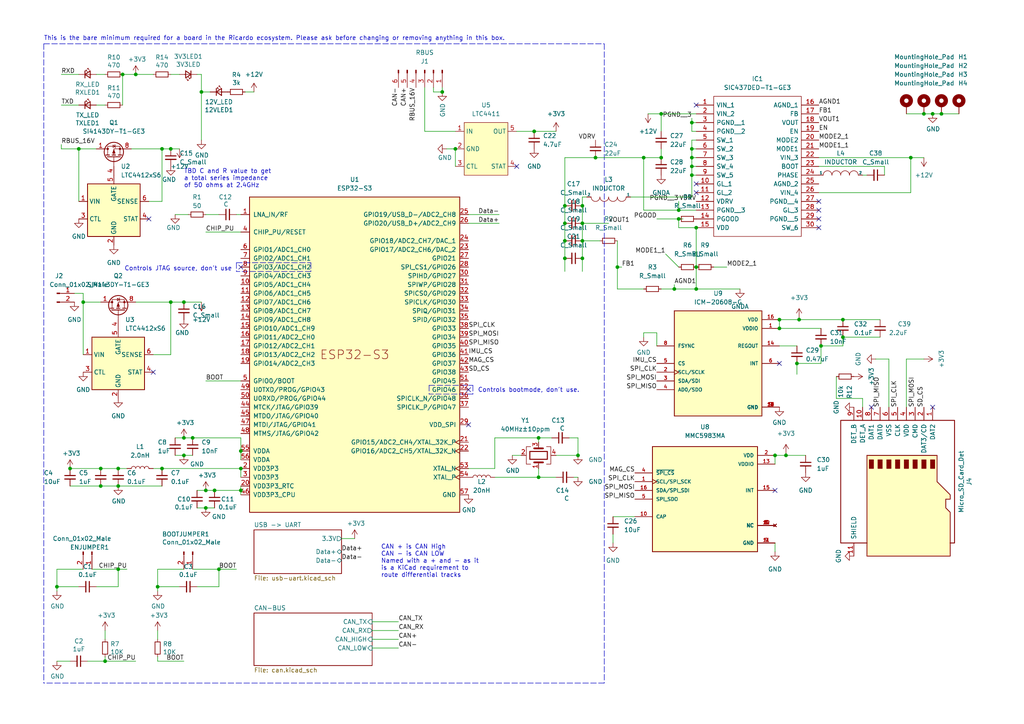
<source format=kicad_sch>
(kicad_sch (version 20211123) (generator eeschema)
  (paper "A4")
  (junction (at 132.08 43.18))
  (junction (at 39.37 21.59))
  (junction (at 200.66 43.18))
  (junction (at 59.69 142.24))
  (junction (at 201.93 77.47))
  (junction (at 226.06 95.25))
  (junction (at 227.965 132.08))
  (junction (at 179.07 77.47))
  (junction (at 53.34 127))
  (junction (at 58.42 26.67))
  (junction (at 224.79 132.08))
  (junction (at 191.77 33.02))
  (junction (at 196.85 63.5))
  (junction (at 30.48 191.77))
  (junction (at 195.58 83.82))
  (junction (at 191.77 45.72))
  (junction (at 201.93 83.82))
  (junction (at 200.66 45.72))
  (junction (at 49.53 87.63))
  (junction (at 186.69 45.72))
  (junction (at 172.72 45.72))
  (junction (at 168.91 64.77))
  (junction (at 163.83 69.85))
  (junction (at 196.85 60.96))
  (junction (at 264.16 45.72))
  (junction (at 69.85 142.24))
  (junction (at 53.34 87.63))
  (junction (at 55.88 127))
  (junction (at 49.53 43.18))
  (junction (at 63.5 165.1))
  (junction (at 59.69 147.32))
  (junction (at 62.23 142.24))
  (junction (at 34.29 135.89))
  (junction (at 168.91 59.69))
  (junction (at 200.66 48.26))
  (junction (at 20.32 135.89))
  (junction (at 45.72 170.18))
  (junction (at 35.56 21.59))
  (junction (at 163.83 74.93))
  (junction (at 163.83 64.77))
  (junction (at 22.86 43.18))
  (junction (at 201.93 66.04))
  (junction (at 226.06 92.71))
  (junction (at 163.83 59.69))
  (junction (at 29.21 135.89))
  (junction (at 244.475 97.79))
  (junction (at 154.94 38.1))
  (junction (at 168.91 69.85))
  (junction (at 34.29 140.97))
  (junction (at 238.125 100.33))
  (junction (at 156.21 127))
  (junction (at 200.66 50.8))
  (junction (at 273.05 33.02))
  (junction (at 231.775 92.71))
  (junction (at 53.34 132.08))
  (junction (at 156.21 138.43))
  (junction (at 69.85 130.81))
  (junction (at 29.21 140.97))
  (junction (at 16.51 170.18))
  (junction (at 24.13 87.63))
  (junction (at 200.66 35.56))
  (junction (at 244.475 92.71))
  (junction (at 270.51 33.02))
  (junction (at 267.97 33.02))
  (junction (at 167.64 132.08))
  (junction (at 168.91 74.93))
  (junction (at 46.99 135.89))
  (junction (at 128.27 26.67))
  (junction (at 34.29 165.1))
  (junction (at 69.85 135.89))
  (junction (at 231.14 105.41))
  (junction (at 46.99 43.18))
  (no_connect (at 43.18 63.5))
  (no_connect (at 237.49 58.42))
  (no_connect (at 44.45 107.95))
  (no_connect (at 237.49 66.04))
  (no_connect (at 224.79 142.24))
  (no_connect (at 201.93 55.88))
  (no_connect (at 252.73 118.11))
  (no_connect (at 69.85 77.47))
  (no_connect (at 237.49 63.5))
  (no_connect (at 201.93 30.48))
  (no_connect (at 270.51 118.11))
  (no_connect (at 135.89 113.03))
  (no_connect (at 135.89 123.19))
  (no_connect (at 237.49 60.96))
  (no_connect (at 201.93 53.34))
  (no_connect (at 149.86 48.26))
  (no_connect (at 226.06 105.41))
  (wire (pts (xy 191.77 33.02) (xy 191.77 38.1)))
  (wire (pts (xy 227.965 132.08) (xy 233.68 132.08)))
  (wire (pts (xy 30.48 191.77) (xy 30.48 190.5)))
  (wire (pts (xy 135.89 62.23) (xy 144.78 62.23)))
  (wire (pts (xy 186.69 96.52) (xy 186.69 97.79)))
  (wire (pts (xy 69.85 135.89) (xy 69.85 138.43)))
  (wire (pts (xy 17.78 21.59) (xy 22.86 21.59)))
  (wire (pts (xy 163.83 64.77) (xy 163.83 69.85)))
  (wire (pts (xy 191.77 33.02) (xy 201.93 33.02)))
  (polyline (pts (xy 90.17 78.74) (xy 68.58 78.74)))
  (wire (pts (xy 63.5 170.18) (xy 63.5 165.1)))
  (wire (pts (xy 262.89 118.11) (xy 262.89 104.14)))
  (polyline (pts (xy 68.58 76.2) (xy 68.58 78.74)))
  (wire (pts (xy 60.96 26.67) (xy 58.42 26.67)))
  (wire (pts (xy 16.51 191.77) (xy 20.32 191.77)))
  (wire (pts (xy 107.95 180.34) (xy 115.57 180.34)))
  (wire (pts (xy 173.99 69.85) (xy 168.91 69.85)))
  (wire (pts (xy 46.99 58.42) (xy 46.99 43.18)))
  (wire (pts (xy 128.27 25.4) (xy 128.27 26.67)))
  (wire (pts (xy 168.91 59.69) (xy 168.91 64.77)))
  (wire (pts (xy 24.13 85.09) (xy 24.13 87.63)))
  (wire (pts (xy 201.93 83.82) (xy 201.93 77.47)))
  (wire (pts (xy 160.02 127) (xy 156.21 127)))
  (wire (pts (xy 45.72 165.1) (xy 53.34 165.1)))
  (wire (pts (xy 125.73 26.67) (xy 128.27 26.67)))
  (wire (pts (xy 179.07 83.82) (xy 186.69 83.82)))
  (wire (pts (xy 46.99 43.18) (xy 38.1 43.18)))
  (wire (pts (xy 58.42 21.59) (xy 57.15 21.59)))
  (wire (pts (xy 168.91 57.15) (xy 168.91 59.69)))
  (wire (pts (xy 163.83 45.72) (xy 172.72 45.72)))
  (wire (pts (xy 200.66 48.26) (xy 200.66 50.8)))
  (wire (pts (xy 29.21 135.89) (xy 34.29 135.89)))
  (wire (pts (xy 200.66 43.18) (xy 201.93 43.18)))
  (wire (pts (xy 196.85 66.04) (xy 201.93 66.04)))
  (wire (pts (xy 143.51 138.43) (xy 156.21 138.43)))
  (wire (pts (xy 231.775 92.71) (xy 244.475 92.71)))
  (wire (pts (xy 59.69 110.49) (xy 69.85 110.49)))
  (polyline (pts (xy 12.7 12.7) (xy 12.7 198.12)))
  (wire (pts (xy 195.58 83.82) (xy 201.93 83.82)))
  (wire (pts (xy 267.97 33.02) (xy 262.89 33.02)))
  (wire (pts (xy 16.51 170.18) (xy 16.51 171.45)))
  (wire (pts (xy 224.79 157.48) (xy 224.79 160.02)))
  (wire (pts (xy 57.15 170.18) (xy 63.5 170.18)))
  (polyline (pts (xy 137.16 111.76) (xy 137.16 114.3)))
  (wire (pts (xy 68.58 165.1) (xy 63.5 165.1)))
  (wire (pts (xy 244.475 92.71) (xy 255.27 92.71)))
  (wire (pts (xy 179.07 77.47) (xy 179.07 83.82)))
  (wire (pts (xy 68.58 62.23) (xy 69.85 62.23)))
  (wire (pts (xy 200.66 35.56) (xy 200.66 38.1)))
  (wire (pts (xy 27.94 30.48) (xy 30.48 30.48)))
  (wire (pts (xy 16.51 165.1) (xy 16.51 170.18)))
  (wire (pts (xy 161.29 132.08) (xy 167.64 132.08)))
  (wire (pts (xy 226.06 92.71) (xy 231.775 92.71)))
  (wire (pts (xy 200.66 45.72) (xy 201.93 45.72)))
  (wire (pts (xy 30.48 182.88) (xy 30.48 185.42)))
  (wire (pts (xy 191.77 43.18) (xy 191.77 45.72)))
  (wire (pts (xy 57.15 147.32) (xy 59.69 147.32)))
  (polyline (pts (xy 68.58 76.2) (xy 90.17 76.2)))
  (wire (pts (xy 34.29 135.89) (xy 36.83 135.89)))
  (wire (pts (xy 69.85 142.24) (xy 69.85 143.51)))
  (wire (pts (xy 231.14 105.41) (xy 238.125 105.41)))
  (wire (pts (xy 187.96 33.02) (xy 191.77 33.02)))
  (wire (pts (xy 179.07 77.47) (xy 180.34 77.47)))
  (wire (pts (xy 62.23 142.24) (xy 69.85 142.24)))
  (wire (pts (xy 53.34 132.08) (xy 55.88 132.08)))
  (wire (pts (xy 143.51 135.89) (xy 143.51 127)))
  (wire (pts (xy 231.775 92.71) (xy 231.775 92.075)))
  (wire (pts (xy 163.83 74.93) (xy 163.83 78.74)))
  (wire (pts (xy 49.53 87.63) (xy 49.53 102.87)))
  (wire (pts (xy 156.21 127) (xy 156.21 128.27)))
  (wire (pts (xy 264.16 55.88) (xy 264.16 45.72)))
  (wire (pts (xy 34.29 165.1) (xy 36.83 165.1)))
  (wire (pts (xy 53.34 87.63) (xy 58.42 87.63)))
  (wire (pts (xy 182.88 57.15) (xy 200.66 57.15)))
  (wire (pts (xy 163.83 45.72) (xy 163.83 59.69)))
  (wire (pts (xy 50.8 132.08) (xy 53.34 132.08)))
  (wire (pts (xy 200.66 50.8) (xy 200.66 57.15)))
  (wire (pts (xy 242.57 115.57) (xy 250.19 115.57)))
  (wire (pts (xy 172.72 45.72) (xy 186.69 45.72)))
  (wire (pts (xy 190.5 96.52) (xy 186.69 96.52)))
  (wire (pts (xy 226.06 100.33) (xy 231.14 100.33)))
  (polyline (pts (xy 124.46 111.76) (xy 124.46 114.3)))
  (wire (pts (xy 196.85 58.42) (xy 196.85 60.96)))
  (polyline (pts (xy 12.7 12.7) (xy 175.26 12.7)))
  (wire (pts (xy 227.965 132.08) (xy 224.79 132.08)))
  (wire (pts (xy 186.69 45.72) (xy 191.77 45.72)))
  (wire (pts (xy 17.78 41.91) (xy 17.78 43.18)))
  (wire (pts (xy 163.83 59.69) (xy 163.83 64.77)))
  (wire (pts (xy 44.45 135.89) (xy 46.99 135.89)))
  (wire (pts (xy 22.86 43.18) (xy 27.94 43.18)))
  (wire (pts (xy 69.85 130.81) (xy 69.85 133.35)))
  (wire (pts (xy 22.86 170.18) (xy 16.51 170.18)))
  (wire (pts (xy 39.37 87.63) (xy 49.53 87.63)))
  (wire (pts (xy 168.91 64.77) (xy 176.53 64.77)))
  (wire (pts (xy 132.08 43.18) (xy 132.08 48.26)))
  (wire (pts (xy 27.94 21.59) (xy 30.48 21.59)))
  (wire (pts (xy 224.79 132.08) (xy 224.79 134.62)))
  (wire (pts (xy 49.53 102.87) (xy 44.45 102.87)))
  (wire (pts (xy 50.8 127) (xy 53.34 127)))
  (wire (pts (xy 17.78 30.48) (xy 22.86 30.48)))
  (wire (pts (xy 52.07 170.18) (xy 45.72 170.18)))
  (wire (pts (xy 123.19 25.4) (xy 123.19 38.1)))
  (wire (pts (xy 50.8 62.23) (xy 54.61 62.23)))
  (wire (pts (xy 154.94 38.1) (xy 161.29 38.1)))
  (wire (pts (xy 200.66 43.18) (xy 200.66 45.72)))
  (wire (pts (xy 196.85 63.5) (xy 198.12 63.5)))
  (wire (pts (xy 257.81 104.14) (xy 254 104.14)))
  (wire (pts (xy 238.125 100.33) (xy 244.475 100.33)))
  (wire (pts (xy 59.69 62.23) (xy 63.5 62.23)))
  (wire (pts (xy 207.01 77.47) (xy 210.82 77.47)))
  (wire (pts (xy 196.85 63.5) (xy 190.5 63.5)))
  (wire (pts (xy 278.13 33.02) (xy 273.05 33.02)))
  (wire (pts (xy 200.66 40.64) (xy 200.66 43.18)))
  (wire (pts (xy 179.07 69.85) (xy 179.07 77.47)))
  (wire (pts (xy 190.5 100.33) (xy 190.5 96.52)))
  (wire (pts (xy 29.21 140.97) (xy 34.29 140.97)))
  (wire (pts (xy 35.56 21.59) (xy 39.37 21.59)))
  (wire (pts (xy 177.8 149.86) (xy 184.15 149.86)))
  (wire (pts (xy 256.54 50.8) (xy 256.54 48.26)))
  (wire (pts (xy 55.88 127) (xy 69.85 127)))
  (wire (pts (xy 191.77 83.82) (xy 195.58 83.82)))
  (wire (pts (xy 242.57 109.22) (xy 242.57 115.57)))
  (wire (pts (xy 193.04 73.66) (xy 196.85 77.47)))
  (wire (pts (xy 200.66 40.64) (xy 201.93 40.64)))
  (wire (pts (xy 107.95 187.96) (xy 115.57 187.96)))
  (wire (pts (xy 107.95 182.88) (xy 115.57 182.88)))
  (wire (pts (xy 69.85 127) (xy 69.85 130.81)))
  (wire (pts (xy 264.16 45.72) (xy 267.97 45.72)))
  (polyline (pts (xy 137.16 114.3) (xy 124.46 114.3)))
  (wire (pts (xy 24.13 87.63) (xy 24.13 102.87)))
  (wire (pts (xy 237.49 55.88) (xy 264.16 55.88)))
  (wire (pts (xy 55.88 165.1) (xy 63.5 165.1)))
  (wire (pts (xy 125.73 25.4) (xy 125.73 26.67)))
  (wire (pts (xy 25.4 191.77) (xy 30.48 191.77)))
  (wire (pts (xy 273.05 33.02) (xy 270.51 33.02)))
  (wire (pts (xy 135.89 135.89) (xy 143.51 135.89)))
  (wire (pts (xy 45.72 170.18) (xy 45.72 171.45)))
  (wire (pts (xy 45.72 191.77) (xy 45.72 190.5)))
  (wire (pts (xy 168.91 57.15) (xy 170.18 57.15)))
  (wire (pts (xy 49.53 21.59) (xy 52.07 21.59)))
  (wire (pts (xy 200.66 38.1) (xy 201.93 38.1)))
  (wire (pts (xy 200.66 45.72) (xy 200.66 48.26)))
  (wire (pts (xy 148.59 132.08) (xy 151.13 132.08)))
  (wire (pts (xy 24.13 87.63) (xy 29.21 87.63)))
  (wire (pts (xy 58.42 21.59) (xy 58.42 26.67)))
  (wire (pts (xy 161.29 138.43) (xy 156.21 138.43)))
  (wire (pts (xy 231.14 105.41) (xy 231.14 108.585)))
  (wire (pts (xy 49.53 87.63) (xy 53.34 87.63)))
  (wire (pts (xy 196.85 60.96) (xy 201.93 60.96)))
  (wire (pts (xy 196.85 60.96) (xy 186.69 60.96)))
  (wire (pts (xy 250.19 115.57) (xy 250.19 118.11)))
  (wire (pts (xy 168.91 74.93) (xy 168.91 78.74)))
  (wire (pts (xy 59.69 67.31) (xy 69.85 67.31)))
  (wire (pts (xy 226.06 92.71) (xy 226.06 95.25)))
  (wire (pts (xy 21.59 85.09) (xy 24.13 85.09)))
  (wire (pts (xy 149.86 38.1) (xy 154.94 38.1)))
  (wire (pts (xy 237.49 48.26) (xy 256.54 48.26)))
  (wire (pts (xy 53.34 191.77) (xy 45.72 191.77)))
  (wire (pts (xy 257.81 118.11) (xy 257.81 104.14)))
  (wire (pts (xy 201.93 35.56) (xy 200.66 35.56)))
  (wire (pts (xy 186.69 60.96) (xy 186.69 45.72)))
  (wire (pts (xy 58.42 26.67) (xy 58.42 40.64)))
  (wire (pts (xy 17.78 43.18) (xy 22.86 43.18)))
  (wire (pts (xy 168.91 64.77) (xy 168.91 69.85)))
  (wire (pts (xy 238.125 105.41) (xy 238.125 100.33)))
  (wire (pts (xy 123.19 38.1) (xy 132.08 38.1)))
  (wire (pts (xy 156.21 135.89) (xy 156.21 138.43)))
  (wire (pts (xy 34.29 170.18) (xy 34.29 165.1)))
  (wire (pts (xy 46.99 43.18) (xy 49.53 43.18)))
  (polyline (pts (xy 90.17 76.2) (xy 90.17 78.74)))
  (wire (pts (xy 143.51 127) (xy 156.21 127)))
  (wire (pts (xy 99.06 156.21) (xy 102.87 156.21)))
  (wire (pts (xy 167.64 138.43) (xy 166.37 138.43)))
  (wire (pts (xy 195.58 82.55) (xy 195.58 83.82)))
  (wire (pts (xy 20.32 135.89) (xy 29.21 135.89)))
  (wire (pts (xy 167.64 127) (xy 167.64 132.08)))
  (wire (pts (xy 177.8 154.94) (xy 177.8 157.48)))
  (wire (pts (xy 244.475 97.79) (xy 255.27 97.79)))
  (wire (pts (xy 39.37 21.59) (xy 44.45 21.59)))
  (wire (pts (xy 163.83 69.85) (xy 163.83 74.93)))
  (polyline (pts (xy 124.46 111.76) (xy 137.16 111.76)))
  (wire (pts (xy 59.69 147.32) (xy 62.23 147.32)))
  (wire (pts (xy 201.93 83.82) (xy 214.63 83.82)))
  (wire (pts (xy 30.48 191.77) (xy 39.37 191.77)))
  (wire (pts (xy 270.51 33.02) (xy 267.97 33.02)))
  (wire (pts (xy 107.95 185.42) (xy 115.57 185.42)))
  (wire (pts (xy 200.66 34.29) (xy 200.66 35.56)))
  (wire (pts (xy 129.54 43.18) (xy 132.08 43.18)))
  (wire (pts (xy 201.93 66.04) (xy 201.93 77.47)))
  (wire (pts (xy 53.34 127) (xy 55.88 127)))
  (wire (pts (xy 35.56 21.59) (xy 35.56 30.48)))
  (wire (pts (xy 237.49 45.72) (xy 264.16 45.72)))
  (wire (pts (xy 73.66 26.67) (xy 71.12 26.67)))
  (wire (pts (xy 46.99 135.89) (xy 69.85 135.89)))
  (wire (pts (xy 200.66 50.8) (xy 201.93 50.8)))
  (polyline (pts (xy 175.26 12.7) (xy 175.26 198.12)))
  (wire (pts (xy 34.29 140.97) (xy 46.99 140.97)))
  (wire (pts (xy 168.91 69.85) (xy 168.91 74.93)))
  (wire (pts (xy 49.53 43.18) (xy 52.07 43.18)))
  (wire (pts (xy 135.89 64.77) (xy 144.78 64.77)))
  (wire (pts (xy 43.18 58.42) (xy 46.99 58.42)))
  (wire (pts (xy 196.85 63.5) (xy 196.85 66.04)))
  (wire (pts (xy 27.94 170.18) (xy 34.29 170.18)))
  (wire (pts (xy 45.72 165.1) (xy 45.72 170.18)))
  (wire (pts (xy 59.69 142.24) (xy 62.23 142.24)))
  (wire (pts (xy 250.19 50.8) (xy 251.46 50.8)))
  (wire (pts (xy 57.15 142.24) (xy 59.69 142.24)))
  (wire (pts (xy 20.32 140.97) (xy 29.21 140.97)))
  (wire (pts (xy 69.85 142.24) (xy 69.85 140.97)))
  (wire (pts (xy 167.64 127) (xy 165.1 127)))
  (wire (pts (xy 226.06 95.25) (xy 238.125 95.25)))
  (wire (pts (xy 26.67 165.1) (xy 34.29 165.1)))
  (wire (pts (xy 244.475 100.33) (xy 244.475 97.79)))
  (wire (pts (xy 200.66 48.26) (xy 201.93 48.26)))
  (wire (pts (xy 45.72 182.88) (xy 45.72 185.42)))
  (wire (pts (xy 16.51 165.1) (xy 24.13 165.1)))
  (wire (pts (xy 267.97 104.14) (xy 262.89 104.14)))
  (wire (pts (xy 227.965 131.445) (xy 227.965 132.08)))
  (polyline (pts (xy 175.26 198.12) (xy 12.7 198.12)))
  (wire (pts (xy 22.86 58.42) (xy 22.86 43.18)))
  (text "Controls bootmode, don't use.\n" (at 138.5894 113.9757 0) (effects (font (size 1.27 1.27)) (justify left bottom)))
  (text "This is the bare minimum required for a board in the Ricardo ecosystem. Please ask before changing or removing anything in this box.\n\n" (at 12.7 13.97 0) (effects (font (size 1.27 1.27)) (justify left bottom)))
  (text "TBD C and R value to get\na total series impedance\nof 50 ohms at 2.4GHz\n" (at 53.34 54.61 0) (effects (font (size 1.27 1.27)) (justify left bottom)))
  (text "CAN + is CAN High\nCAN - is CAN LOW\nNamed with a + and - as it\nis a KiCad requirement to\nroute differential tracks\n" (at 110.49 167.64 0) (effects (font (size 1.27 1.27)) (justify left bottom)))
  (text "Controls JTAG source, don't use\n" (at 67.31 78.74 180) (effects (font (size 1.27 1.27)) (justify right bottom)))
  (label "SPI_MOSI" (at 135.89 97.79 0))
  (label "IMU_CS" (at 190.5 105.41 180))
  (label "SD_CS" (at 267.97 118.11 90))
  (label "SPI_MOSI" (at 184.15 142.24 180))
  (label "SPI_MISO" (at 190.5 113.03 180))
  (label "RBUS_16V" (at 120.65 25.4 270))
  (label "CHIP_PU" (at 36.83 165.1 180))
  (label "FB1" (at 180.34 77.47 0))
  (label "SPI_CLK" (at 135.89 95.25 0))
  (label "SPI_MISO" (at 135.89 100.33 0))
  (label "MAG_CS" (at 135.89 105.41 0))
  (label "CAN+" (at 115.57 185.42 0))
  (label "Data+" (at 99.06 160.02 0))
  (label "VOUT1" (at 237.49 35.56 0))
  (label "SPI_MISO" (at 255.27 118.11 90))
  (label "MODE2_1" (at 210.82 77.47 0))
  (label "SPI_CLK" (at 190.5 107.95 180))
  (label "SPI_MOSI" (at 265.43 118.11 90))
  (label "MODE1_1" (at 237.49 43.18 0))
  (label "VDRV" (at 201.93 58.42 180))
  (label "SPI_CLK" (at 184.15 139.7 180))
  (label "Data-" (at 99.06 162.56 0))
  (label "SPI_MOSI" (at 190.5 110.49 180))
  (label "BOOT" (at 53.34 191.77 180))
  (label "SPI_CLK" (at 260.35 118.11 90))
  (label "CAN-" (at 115.57 25.4 270))
  (label "VDRV" (at 172.72 40.64 180))
  (label "CAN+" (at 118.11 25.4 270))
  (label "CAN_TX" (at 115.57 180.34 0))
  (label "PGND__3" (at 200.66 34.29 180))
  (label "AGND1" (at 195.58 82.55 0))
  (label "MAG_CS" (at 184.15 137.16 180))
  (label "AGND1" (at 237.49 30.48 0))
  (label "BOOT" (at 68.58 165.1 180))
  (label "BOOT" (at 59.69 110.49 0))
  (label "RXD" (at 17.78 21.59 0))
  (label "VOUT1" (at 176.53 64.77 0))
  (label "PGOOD" (at 190.5 63.5 180))
  (label "SPI_MISO" (at 184.15 144.78 180))
  (label "RBUS_16V" (at 17.78 41.91 0))
  (label "CHIP_PU" (at 59.69 67.31 0))
  (label "SD_CS" (at 135.89 107.95 0))
  (label "PGND__3" (at 196.85 58.42 180))
  (label "MODE2_1" (at 237.49 40.64 0))
  (label "FB1" (at 237.49 33.02 0))
  (label "MODE1_1" (at 193.04 73.66 180))
  (label "CAN_RX" (at 115.57 182.88 0))
  (label "Data+" (at 144.78 64.77 180))
  (label "Data-" (at 144.78 62.23 180))
  (label "CAN-" (at 115.57 187.96 0))
  (label "EN" (at 237.49 38.1 0))
  (label "TXD" (at 17.78 30.48 0))
  (label "CHIP_PU" (at 39.37 191.77 180))
  (label "IMU_CS" (at 135.89 102.87 0))
  (symbol (lib_id "power:+3.3V") (at 30.48 182.88 0) (unit 1)
    (property "Reference" "#PWR06" (effects hide))
    (property "Value" "+3.3V" (at 30.861 178.4858 0))
  )
  (symbol (lib_id "Device:R_Small") (at 30.48 187.96 0) (unit 1)
    (property "Reference" "R7" (at 31.9786 186.7916 0) (effects (justify left)))
    (property "Value" "10K" (at 31.9786 189.103 0) (effects (justify left)))
    (property "Footprint" "Resistor_SMD:R_0402_1005Metric" (effects hide))
  )
  (symbol (lib_id "Device:C_Small") (at 22.86 191.77 270) (unit 1)
    (property "Reference" "C2" (at 22.86 185.9534 90))
    (property "Value" "1uF" (at 22.86 188.2648 90))
    (property "Footprint" "Capacitor_SMD:C_0402_1005Metric" (effects hide))
  )
  (symbol (lib_id "power:GND") (at 16.51 191.77 0) (unit 1)
    (property "Reference" "#PWR03" (effects hide))
    (property "Value" "GND" (at 16.637 196.1642 0))
  )
  (symbol (lib_id "power:+3.3V") (at 45.72 182.88 0) (unit 1)
    (property "Reference" "#PWR09" (effects hide))
    (property "Value" "+3.3V" (at 46.101 178.4858 0))
  )
  (symbol (lib_id "Device:R_Small") (at 45.72 187.96 0) (unit 1)
    (property "Reference" "R8" (at 47.2186 186.7916 0) (effects (justify left)))
    (property "Value" "10K" (at 47.2186 189.103 0) (effects (justify left)))
    (property "Footprint" "Resistor_SMD:R_0402_1005Metric" (effects hide))
  )
  (symbol (lib_id "power:GND") (at 45.72 171.45 0) (unit 1)
    (property "Reference" "#PWR07" (effects hide))
    (property "Value" "GND" (at 45.847 175.8442 0))
  )
  (symbol (lib_id "Device:C_Small") (at 54.61 170.18 270) (unit 1)
    (property "Reference" "C3" (at 54.61 164.3634 90))
    (property "Value" "0.1uF" (at 54.61 166.6748 90))
    (property "Footprint" "Capacitor_SMD:C_0402_1005Metric" (effects hide))
  )
  (symbol (lib_id "power:GND") (at 16.51 171.45 0) (unit 1)
    (property "Reference" "#PWR02" (effects hide))
    (property "Value" "GND" (at 16.637 175.8442 0))
  )
  (symbol (lib_id "Device:C_Small") (at 25.4 170.18 270) (unit 1)
    (property "Reference" "C1" (at 25.4 164.3634 90))
    (property "Value" "0.1uF" (at 25.4 166.6748 90))
    (property "Footprint" "Capacitor_SMD:C_0402_1005Metric" (effects hide))
  )
  (symbol (lib_id "Device:LED_Small") (at 25.4 30.48 0) (unit 1)
    (property "Reference" "TXLED1" (at 25.4 35.687 0))
    (property "Value" "TX_LED" (at 25.4 33.3756 0))
    (property "Footprint" "Resistor_SMD:R_0402_1005Metric" (effects hide))
  )
  (symbol (lib_id "Device:LED_Small") (at 25.4 21.59 0) (unit 1)
    (property "Reference" "RXLED1" (at 25.4 26.797 0))
    (property "Value" "RX_LED" (at 25.4 24.4856 0))
    (property "Footprint" "LED_SMD:LED_0603_1608Metric" (effects hide))
  )
  (symbol (lib_id "Device:R_Small") (at 33.02 21.59 270) (unit 1)
    (property "Reference" "R10" (at 33.02 16.6116 90))
    (property "Value" "470" (at 33.02 18.923 90))
    (property "Footprint" "Resistor_SMD:R_0402_1005Metric" (effects hide))
  )
  (symbol (lib_id "Device:R_Small") (at 33.02 30.48 270) (unit 1)
    (property "Reference" "R11" (at 33.02 25.5016 90))
    (property "Value" "470" (at 33.02 27.813 90))
    (property "Footprint" "Resistor_SMD:R_0402_1005Metric" (effects hide))
  )
  (symbol (lib_id "power:GND") (at 58.42 40.64 0) (unit 1)
    (property "Reference" "#PWR012" (effects hide))
    (property "Value" "GND" (at 58.547 45.0342 0))
  )
  (symbol (lib_id "power:+3.3V") (at 39.37 21.59 0) (unit 1)
    (property "Reference" "#PWR011" (effects hide))
    (property "Value" "+3.3V" (at 39.751 17.1958 0))
  )
  (symbol (lib_id "Device:LED_Small") (at 54.61 21.59 180) (unit 1)
    (property "Reference" "3V3LED1" (at 54.61 16.383 0))
    (property "Value" "3V3LED" (at 54.61 18.6944 0))
    (property "Footprint" "Resistor_SMD:R_0402_1005Metric" (effects hide))
  )
  (symbol (lib_id "Device:R_Small") (at 46.99 21.59 270) (unit 1)
    (property "Reference" "R14" (at 46.99 16.6116 90))
    (property "Value" "470" (at 46.99 18.923 90))
    (property "Footprint" "Resistor_SMD:R_0402_1005Metric" (effects hide))
  )
  (symbol (lib_id "Connector:Conn_01x02_Male") (at 26.67 160.02 270) (unit 1)
    (property "Reference" "ENJUMPER1" (at 20.32 158.75 90) (effects (justify left)))
    (property "Value" "Conn_01x02_Male" (at 15.24 156.21 90) (effects (justify left)))
    (property "Footprint" "Connector_PinHeader_2.54mm:PinHeader_1x02_P2.54mm_Vertical" (effects hide))
  )
  (symbol (lib_id "Connector:Conn_01x02_Male") (at 55.88 160.02 270) (unit 1)
    (property "Reference" "BOOTJUMPER1" (at 46.99 154.94 90) (effects (justify left)))
    (property "Value" "Conn_01x02_Male" (at 46.99 157.2514 90) (effects (justify left)))
    (property "Footprint" "Connector_PinHeader_2.54mm:PinHeader_1x02_P2.54mm_Vertical" (effects hide))
  )
  (symbol (lib_id "power:+3.3V") (at 102.87 156.21 0) (unit 1)
    (property "Reference" "#PWR0108" (effects hide))
    (property "Value" "+3.3V" (at 103.251 151.8158 0))
  )
  (symbol (lib_id "power:GND") (at 128.27 26.67 0) (unit 1)
    (property "Reference" "#PWR0138" (effects hide))
    (property "Value" "GND" (at 128.397 29.9212 90) (effects (justify right)))
  )
  (symbol (lib_id "Connector:Conn_01x06_Male") (at 123.19 20.32 270) (unit 1)
    (property "Reference" "J1" (at 123.19 17.78 90))
    (property "Value" "RBUS" (at 123.19 15.24 90))
    (property "Footprint" "Connector_Molex:Molex_Mini-Fit_Jr_5566-06A_2x03_P4.20mm_Vertical" (effects hide))
  )
  (symbol (lib_id "Device:LED_Small") (at 63.5 26.67 0) (unit 1)
    (property "Reference" "12VLED1" (at 63.5 31.877 0))
    (property "Value" "12V_LED" (at 63.5 29.5656 0))
    (property "Footprint" "Resistor_SMD:R_0402_1005Metric" (effects hide))
  )
  (symbol (lib_id "Device:R_Small") (at 68.58 26.67 270) (unit 1)
    (property "Reference" "R4" (at 68.58 21.6916 90))
    (property "Value" "3k" (at 68.58 24.003 90))
    (property "Footprint" "Resistor_SMD:R_0402_1005Metric" (effects hide))
  )
  (symbol (lib_id "Device:C_Small") (at 233.68 134.62 0) (unit 1)
    (property "Reference" "C30" (at 236.855 133.3562 0) (effects (justify left)))
    (property "Value" "1uF" (at 236.855 135.8962 0) (effects (justify left)))
    (property "Footprint" "Capacitor_SMD:C_0603_1608Metric" (effects hide))
  )
  (symbol (lib_id "Device:C_Small") (at 166.37 69.85 270) (unit 1)
    (property "Reference" "C19" (at 166.3636 63.5 90))
    (property "Value" "C_Small" (at 166.3636 66.04 90))
  )
  (symbol (lib_id "power:GND") (at 247.65 161.29 270) (unit 1)
    (property "Reference" "#PWR034" (effects hide))
    (property "Value" "GND" (at 243.205 161.29 0))
  )
  (symbol (lib_id "iclr:ICM-20608-G") (at 208.28 105.41 0) (unit 1)
    (property "Reference" "U9" (at 208.28 85.09 0))
    (property "Value" "ICM-20608-G" (at 208.28 87.63 0))
    (property "Footprint" "iclr:PQFN50P300X300X80-16N" (effects hide))
    (property "MANUFACTURER" "TDK" (effects hide))
    (property "PARTREV" "1.0" (effects hide))
    (property "STANDARD" "IPC-7351B" (effects hide))
  )
  (symbol (lib_id "power:GND") (at 167.64 132.08 0) (unit 1)
    (property "Reference" "#PWR0110" (effects hide))
    (property "Value" "GND" (at 172.72 133.35 0))
  )
  (symbol (lib_id "power:GND") (at 34.29 140.97 0) (unit 1)
    (property "Reference" "#PWR0106" (effects hide))
    (property "Value" "GND" (at 34.417 145.3642 0))
  )
  (symbol (lib_id "power:GND") (at 226.06 118.11 0) (unit 1)
    (property "Reference" "#PWR028" (effects hide))
    (property "Value" "GND" (at 226.06 122.555 0))
  )
  (symbol (lib_id "Device:C_Small") (at 55.88 129.54 0) (unit 1)
    (property "Reference" "C9" (at 58.42 128.2762 0) (effects (justify left)))
    (property "Value" "10nF" (at 58.42 130.8162 0) (effects (justify left)))
    (property "Footprint" "Capacitor_SMD:C_0402_1005Metric" (effects hide))
  )
  (symbol (lib_id "power:GNDA") (at 191.77 50.8 0) (unit 1)
    (property "Reference" "#PWR025" (effects hide))
    (property "Value" "GNDA" (at 191.77 55.88 0))
  )
  (symbol (lib_id "power:+3.3V") (at 231.775 92.075 0) (unit 1)
    (property "Reference" "#PWR030" (effects hide))
    (property "Value" "+3.3V" (at 231.775 86.36 0))
  )
  (symbol (lib_id "Device:C_Small") (at 177.8 152.4 0) (unit 1)
    (property "Reference" "C26" (at 180.975 151.1362 0) (effects (justify left)))
    (property "Value" "10uF" (at 180.975 153.6762 0) (effects (justify left)))
    (property "Footprint" "Capacitor_SMD:C_0603_1608Metric" (effects hide))
  )
  (symbol (lib_id "power:+3.3V") (at 53.34 127 0) (unit 1)
    (property "Reference" "#PWR0101" (effects hide))
    (property "Value" "+3.3V" (at 53.721 122.6058 0))
  )
  (symbol (lib_id "Mechanical:MountingHole_Pad") (at 267.97 30.48 0) (unit 1)
    (property "Reference" "H2" (at 280.67 19.05 0) (effects (justify right)))
    (property "Value" "MountingHole_Pad" (at 276.86 21.59 0) (effects (justify right)))
    (property "Footprint" "MountingHole:MountingHole_3.2mm_M3_DIN965_Pad" (effects hide))
  )
  (symbol (lib_id "power:+12V") (at 52.07 43.18 180) (unit 1)
    (property "Reference" "#PWR019" (effects hide))
    (property "Value" "+12V" (at 52.07 48.26 0))
  )
  (symbol (lib_id "Power_Management:LTC4412xS6") (at 33.02 60.96 0) (unit 1)
    (property "Reference" "U2" (at 35.0394 48.26 0) (effects (justify left)))
    (property "Value" "LTC4412xS6" (at 35.0394 50.8 0) (effects (justify left)))
    (property "Footprint" "Package_TO_SOT_SMD:TSOT-23-6" (effects hide))
    (property "Datasheet" "https://www.analog.com/media/en/technical-documentation/data-sheets/4412fb.pdf" (effects hide))
  )
  (symbol (lib_id "Device:C_Small") (at 50.8 129.54 0) (unit 1)
    (property "Reference" "C8" (at 45.72 128.27 0) (effects (justify left)))
    (property "Value" "1uF" (at 45.72 130.81 0) (effects (justify left)))
    (property "Footprint" "Capacitor_SMD:C_0402_1005Metric" (effects hide))
  )
  (symbol (lib_id "Device:C_Small") (at 254 50.8 270) (unit 1)
    (property "Reference" "C38" (at 253.9936 44.45 90))
    (property "Value" "C_Small" (at 253.9936 46.99 90))
  )
  (symbol (lib_id "power:+12V") (at 58.42 87.63 180) (unit 1)
    (property "Reference" "#PWR021" (effects hide))
    (property "Value" "+12V" (at 58.42 92.71 0))
  )
  (symbol (lib_id "power:GND") (at 53.34 92.71 0) (unit 1)
    (property "Reference" "#PWR020" (effects hide))
    (property "Value" "GND" (at 50.8 96.52 0) (effects (justify left)))
  )
  (symbol (lib_id "Device:C_Small") (at 191.77 48.26 0) (unit 1)
    (property "Reference" "C28" (at 194.31 46.9962 0) (effects (justify left)))
    (property "Value" "22uF" (at 194.31 49.5362 0) (effects (justify left)))
  )
  (symbol (lib_id "Power_Management:LTC4412xS6") (at 34.29 105.41 0) (unit 1)
    (property "Reference" "U3" (at 36.3094 92.71 0) (effects (justify left)))
    (property "Value" "LTC4412xS6" (at 36.3094 95.25 0) (effects (justify left)))
    (property "Footprint" "Package_TO_SOT_SMD:TSOT-23-6" (effects hide))
    (property "Datasheet" "https://www.analog.com/media/en/technical-documentation/data-sheets/4412fb.pdf" (effects hide))
  )
  (symbol (lib_id "power:GND") (at 22.86 63.5 0) (unit 1)
    (property "Reference" "#PWR08" (effects hide))
    (property "Value" "GND" (at 22.86 68.58 0))
  )
  (symbol (lib_id "Device:C_Small") (at 238.125 97.79 0) (unit 1)
    (property "Reference" "C31" (at 240.665 96.5262 0) (effects (justify left)))
    (property "Value" "10nF" (at 240.665 99.0662 0) (effects (justify left)))
    (property "Footprint" "Capacitor_SMD:C_0603_1608Metric" (effects hide))
  )
  (symbol (lib_id "power:GND") (at 34.29 115.57 0) (unit 1)
    (property "Reference" "#PWR017" (effects hide))
    (property "Value" "GND" (at 34.29 120.65 0))
  )
  (symbol (lib_id "iclr:LTC4411") (at 140.97 33.02 0) (unit 1)
    (property "Reference" "U5" (at 140.97 30.48 0))
    (property "Value" "LTC4411" (at 140.97 33.02 0))
    (property "Footprint" "Package_TO_SOT_SMD:SOT-23-5" (effects hide))
  )
  (symbol (lib_id "power:+12V") (at 73.66 26.67 0) (unit 1)
    (property "Reference" "#PWR0104" (effects hide))
    (property "Value" "+12V" (at 73.66 21.59 0))
  )
  (symbol (lib_id "power:+12V") (at 267.97 45.72 180) (unit 1)
    (property "Reference" "#PWR036" (effects hide))
    (property "Value" "+12V" (at 267.97 50.8 0))
  )
  (symbol (lib_id "power:GND") (at 154.94 43.18 0) (unit 1)
    (property "Reference" "#PWR0140" (effects hide))
    (property "Value" "GND" (at 154.94 48.26 0))
  )
  (symbol (lib_id "Mechanical:MountingHole_Pad") (at 278.13 30.48 0) (unit 1)
    (property "Reference" "H4" (at 280.67 24.13 0) (effects (justify right)))
    (property "Value" "MountingHole_Pad" (at 276.86 16.51 0) (effects (justify right)))
    (property "Footprint" "MountingHole:MountingHole_3.2mm_M3_DIN965_Pad" (effects hide))
  )
  (symbol (lib_id "Device:Q_PMOS_GDS") (at 34.29 90.17 90) (unit 1)
    (property "Reference" "Q2" (at 34.29 80.01 90))
    (property "Value" "SI4143DY-T1-GE3" (at 34.29 82.55 90))
    (property "Footprint" "Package_SO:SOIC-8_3.9x4.9mm_P1.27mm" (effects hide))
  )
  (symbol (lib_id "Device:C_Small") (at 172.72 43.18 0) (unit 1)
    (property "Reference" "C24" (at 175.26 41.9162 0) (effects (justify left)))
    (property "Value" "22uF" (at 175.26 44.4562 0) (effects (justify left)))
  )
  (symbol (lib_id "power:GND") (at 59.69 147.32 0) (unit 1)
    (property "Reference" "#PWR0112" (effects hide))
    (property "Value" "GND" (at 63.5 149.86 0))
  )
  (symbol (lib_id "power:GND") (at 233.68 137.16 0) (unit 1)
    (property "Reference" "#PWR031" (effects hide))
    (property "Value" "GND" (at 233.68 142.24 0))
  )
  (symbol (lib_id "Device:R_Small") (at 176.53 69.85 90) (unit 1)
    (property "Reference" "R2" (at 176.53 63.5 90))
    (property "Value" "R_Small" (at 176.53 66.04 90))
  )
  (symbol (lib_id "power:+3.3V") (at 247.65 109.22 270) (unit 1)
    (property "Reference" "#PWR032" (effects hide))
    (property "Value" "+3.3V" (at 252.73 109.22 0))
  )
  (symbol (lib_id "power:GND") (at 254 104.14 270) (unit 1)
    (property "Reference" "#PWR035" (effects hide))
    (property "Value" "GND" (at 248.92 104.14 0))
  )
  (symbol (lib_id "pspice:INDUCTOR") (at 243.84 50.8 0) (unit 1)
    (property "Reference" "L4" (at 243.84 44.45 0))
    (property "Value" "INDUCTOR" (at 243.84 46.99 0))
  )
  (symbol (lib_id "Device:C_Small") (at 20.32 138.43 0) (unit 1)
    (property "Reference" "C4" (at 12.7 137.16 0) (effects (justify left)))
    (property "Value" "10uF" (at 12.7 139.7 0) (effects (justify left)))
    (property "Footprint" "Capacitor_SMD:C_0402_1005Metric" (effects hide))
  )
  (symbol (lib_id "power:GND") (at 33.02 71.12 0) (unit 1)
    (property "Reference" "#PWR016" (effects hide))
    (property "Value" "GND" (at 33.02 76.2 0))
  )
  (symbol (lib_id "power:GND") (at 129.54 43.18 270) (unit 1)
    (property "Reference" "#PWR0148" (effects hide))
    (property "Value" "GND" (at 127 45.72 90) (effects (justify left)))
  )
  (symbol (lib_id "Device:C_Small") (at 57.15 144.78 0) (unit 1)
    (property "Reference" "C10" (at 53.34 144.78 0))
    (property "Value" "0.1uF" (at 53.34 147.0914 0))
    (property "Footprint" "Capacitor_SMD:C_0402_1005Metric" (effects hide))
  )
  (symbol (lib_id "Device:C_Small") (at 163.83 138.43 90) (unit 1)
    (property "Reference" "C14" (at 165.1 142.24 90) (effects (justify left)))
    (property "Value" "C" (at 165.1 144.5514 90) (effects (justify left)))
    (property "Footprint" "Capacitor_SMD:C_0603_1608Metric" (effects hide))
  )
  (symbol (lib_id "power:GND") (at 167.64 138.43 0) (unit 1)
    (property "Reference" "#PWR0111" (effects hide))
    (property "Value" "GND" (at 172.72 139.7 0))
  )
  (symbol (lib_id "Device:C_Small") (at 166.37 64.77 270) (unit 1)
    (property "Reference" "C18" (at 166.3636 58.42 90))
    (property "Value" "C_Small" (at 166.3636 60.96 90))
  )
  (symbol (lib_id "Device:C_Small") (at 244.475 95.25 0) (unit 1)
    (property "Reference" "C32" (at 247.65 93.9862 0) (effects (justify left)))
    (property "Value" "0.1uF" (at 247.65 96.5262 0) (effects (justify left)))
    (property "Footprint" "Capacitor_SMD:C_0603_1608Metric" (effects hide))
  )
  (symbol (lib_id "Device:C_Small") (at 154.94 40.64 0) (unit 1)
    (property "Reference" "C22" (at 157.48 39.3762 0) (effects (justify left)))
    (property "Value" "4.7uF" (at 157.48 41.9162 0) (effects (justify left)))
    (property "Footprint" "Capacitor_SMD:C_0603_1608Metric" (effects hide))
  )
  (symbol (lib_id "Device:C_Small") (at 34.29 138.43 0) (unit 1)
    (property "Reference" "C6" (at 36.83 137.1662 0) (effects (justify left)))
    (property "Value" "0.1uF" (at 36.83 139.7062 0) (effects (justify left)))
    (property "Footprint" "Capacitor_SMD:C_0402_1005Metric" (effects hide))
  )
  (symbol (lib_id "power:GND") (at 247.65 118.11 270) (unit 1)
    (property "Reference" "#PWR033" (effects hide))
    (property "Value" "GND" (at 242.57 118.11 0))
  )
  (symbol (lib_id "Device:C_Small") (at 53.34 90.17 0) (unit 1)
    (property "Reference" "C16" (at 55.88 88.9062 0) (effects (justify left)))
    (property "Value" "C_Small" (at 55.88 91.4462 0) (effects (justify left)))
  )
  (symbol (lib_id "power:GND") (at 224.79 160.02 0) (unit 1)
    (property "Reference" "#PWR027" (effects hide))
    (property "Value" "GND" (at 224.79 165.1 0))
  )
  (symbol (lib_id "power:GND") (at 53.34 132.08 0) (unit 1)
    (property "Reference" "#PWR0105" (effects hide))
    (property "Value" "GND" (at 57.15 134.62 0))
  )
  (symbol (lib_id "Device:C_Small") (at 191.77 40.64 0) (unit 1)
    (property "Reference" "C27" (at 194.31 39.3762 0) (effects (justify left)))
    (property "Value" "22uF" (at 194.31 41.9162 0) (effects (justify left)))
  )
  (symbol (lib_id "power:GND") (at 21.59 87.63 0) (unit 1)
    (property "Reference" "#PWR01" (effects hide))
    (property "Value" "GND" (at 21.59 92.71 0))
  )
  (symbol (lib_id "power:GND") (at 186.69 97.79 0) (unit 1)
    (property "Reference" "#PWR023" (effects hide))
    (property "Value" "GND" (at 186.69 102.235 0))
  )
  (symbol (lib_id "power:GND") (at 49.53 48.26 0) (unit 1)
    (property "Reference" "#PWR018" (effects hide))
    (property "Value" "GND" (at 46.99 52.07 0) (effects (justify left)))
  )
  (symbol (lib_id "Device:C_Small") (at 166.37 74.93 270) (unit 1)
    (property "Reference" "C21" (at 166.3636 68.58 90))
    (property "Value" "C_Small" (at 166.3636 71.12 90))
  )
  (symbol (lib_id "Connector:Micro_SD_Card_Det_Hirose_DM3AT") (at 260.35 140.97 270) (unit 1)
    (property "Reference" "J4" (at 281.1018 139.7 0))
    (property "Value" "Micro_SD_Card_Det" (at 278.7904 139.7 0))
    (property "Footprint" "Connector_Card:microSD_HC_Hirose_DM3AT-SF-PEJM5" (effects hide))
    (property "Datasheet" "https://www.hirose.com/product/en/download_file/key_name/DM3/category/Catalog/doc_file_id/49662/?file_category_id=4&item_id=195&is_series=1" (effects hide))
  )
  (symbol (lib_id "Mechanical:MountingHole_Pad") (at 262.89 30.48 0) (unit 1)
    (property "Reference" "H1" (at 280.67 16.51 0) (effects (justify right)))
    (property "Value" "MountingHole_Pad" (at 276.86 24.13 0) (effects (justify right)))
    (property "Footprint" "MountingHole:MountingHole_3.2mm_M3_DIN965_Pad" (effects hide))
  )
  (symbol (lib_id "Device:R_Small") (at 199.39 63.5 90) (unit 1)
    (property "Reference" "R5" (at 199.39 57.15 90))
    (property "Value" "R_Small" (at 199.39 59.69 90))
  )
  (symbol (lib_id "Device:C_Small") (at 62.23 144.78 0) (unit 1)
    (property "Reference" "C11" (at 66.04 144.78 0))
    (property "Value" "0.1uF" (at 66.04 147.0914 0))
    (property "Footprint" "Capacitor_SMD:C_0402_1005Metric" (effects hide))
  )
  (symbol (lib_id "Device:C_Small") (at 162.56 127 90) (unit 1)
    (property "Reference" "C13" (at 163.83 121.92 90) (effects (justify left)))
    (property "Value" "C" (at 163.83 124.2314 90) (effects (justify left)))
    (property "Footprint" "Capacitor_SMD:C_0603_1608Metric" (effects hide))
  )
  (symbol (lib_id "power:GND") (at 148.59 132.08 0) (unit 1)
    (property "Reference" "#PWR0113" (effects hide))
    (property "Value" "GND" (at 148.717 136.4742 0))
  )
  (symbol (lib_id "Device:R_Small") (at 204.47 77.47 90) (unit 1)
    (property "Reference" "R9" (at 204.47 71.12 90))
    (property "Value" "R_Small" (at 204.47 73.66 90))
  )
  (symbol (lib_id "Device:L") (at 139.7 138.43 90) (unit 1)
    (property "Reference" "L2" (at 139.7 139.7 90))
    (property "Value" "20nH" (at 139.7 142.24 90))
  )
  (symbol (lib_id "power:+3.3V") (at 59.69 142.24 0) (unit 1)
    (property "Reference" "#PWR0103" (effects hide))
    (property "Value" "+3.3V" (at 60.071 137.8458 0))
  )
  (symbol (lib_id "power:GND") (at 177.8 157.48 0) (unit 1)
    (property "Reference" "#PWR022" (effects hide))
    (property "Value" "GND" (at 177.8 162.56 0))
  )
  (symbol (lib_id "power:+12V") (at 187.96 33.02 180) (unit 1)
    (property "Reference" "#PWR024" (effects hide))
    (property "Value" "+12V" (at 187.96 38.1 0))
  )
  (symbol (lib_id "Device:C_Small") (at 255.27 95.25 0) (unit 1)
    (property "Reference" "C39" (at 260.35 93.98 0) (effects (justify left)))
    (property "Value" "2.2uF" (at 257.81 96.5262 0) (effects (justify left)))
    (property "Footprint" "Capacitor_SMD:C_0603_1608Metric" (effects hide))
  )
  (symbol (lib_id "Device:R_Small") (at 199.39 77.47 90) (unit 1)
    (property "Reference" "R6" (at 199.39 71.12 90))
    (property "Value" "R_Small" (at 199.39 73.66 90))
  )
  (symbol (lib_id "Device:C_Small") (at 66.04 62.23 90) (unit 1)
    (property "Reference" "C12" (at 67.31 57.15 90) (effects (justify left)))
    (property "Value" "C" (at 66.2934 59.2481 90) (effects (justify left)))
    (property "Footprint" "Capacitor_SMD:C_0603_1608Metric" (effects hide))
  )
  (symbol (lib_id "Device:L") (at 40.64 135.89 90) (unit 1)
    (property "Reference" "L1" (at 40.64 129.54 90))
    (property "Value" "2.0nH" (at 40.64 132.08 90))
  )
  (symbol (lib_id "power:+3.3V") (at 20.32 135.89 0) (unit 1)
    (property "Reference" "#PWR0107" (effects hide))
    (property "Value" "+3.3V" (at 20.701 131.4958 0))
  )
  (symbol (lib_id "Espressif:ESP32-S3") (at 102.87 102.87 0) (unit 1)
    (property "Reference" "U1" (at 102.87 52.07 0))
    (property "Value" "ESP32-S3" (at 102.87 54.61 0))
    (property "Footprint" "Package_DFN_QFN:QFN-56-1EP_7x7mm_P0.4mm_EP5.6x5.6mm" (effects hide))
    (property "Datasheet" "https://www.espressif.com/sites/default/files/documentation/esp32-s3_datasheet_en.pdf" (effects hide))
  )
  (symbol (lib_id "Device:C_Small") (at 166.37 59.69 270) (unit 1)
    (property "Reference" "C17" (at 166.3636 53.34 90))
    (property "Value" "C_Small" (at 166.3636 55.88 90))
  )
  (symbol (lib_id "Mechanical:MountingHole_Pad") (at 273.05 30.48 0) (unit 1)
    (property "Reference" "H3" (at 280.67 21.59 0) (effects (justify right)))
    (property "Value" "MountingHole_Pad" (at 276.86 19.05 0) (effects (justify right)))
    (property "Footprint" "MountingHole:MountingHole_3.2mm_M3_DIN965_Pad" (effects hide))
  )
  (symbol (lib_id "Device:C_Small") (at 49.53 45.72 0) (unit 1)
    (property "Reference" "C15" (at 52.07 44.4562 0) (effects (justify left)))
    (property "Value" "C_Small" (at 52.07 46.9962 0) (effects (justify left)))
  )
  (symbol (lib_id "power:GNDA") (at 214.63 83.82 0) (unit 1)
    (property "Reference" "#PWR026" (effects hide))
    (property "Value" "GNDA" (at 214.63 88.9 0))
  )
  (symbol (lib_id "Device:Q_PMOS_GDS") (at 33.02 45.72 90) (unit 1)
    (property "Reference" "Q1" (at 33.02 35.56 90))
    (property "Value" "SI4143DY-T1-GE3" (at 33.02 38.1 90))
    (property "Footprint" "Package_SO:SOIC-8_3.9x4.9mm_P1.27mm" (effects hide))
  )
  (symbol (lib_id "power:+3.3V") (at 161.29 38.1 0) (unit 1)
    (property "Reference" "#PWR0147" (effects hide))
    (property "Value" "+3.3V" (at 161.29 33.02 0))
  )
  (symbol (lib_id "power:GND") (at 270.51 33.02 0) (unit 1)
    (property "Reference" "#PWR0123" (effects hide))
    (property "Value" "GND" (at 270.637 37.4142 0))
  )
  (symbol (lib_id "Device:Crystal_GND24") (at 156.21 132.08 90) (unit 1)
    (property "Reference" "Y1" (at 152.4 121.92 90))
    (property "Value" "40MHz±10ppm" (at 152.4 124.46 90))
    (property "Footprint" "Crystal:Crystal_SMD_2016-4Pin_2.0x1.6mm" (effects hide))
  )
  (symbol (lib_id "Device:C_Small") (at 29.21 138.43 0) (unit 1)
    (property "Reference" "C5" (at 22.86 137.16 0) (effects (justify left)))
    (property "Value" "1uF" (at 22.86 139.7 0) (effects (justify left)))
    (property "Footprint" "Capacitor_SMD:C_0402_1005Metric" (effects hide))
  )
  (symbol (lib_id "Connector:Conn_01x02_Male") (at 16.51 85.09 0) (unit 1)
    (property "Reference" "J2" (at 17.145 80.01 0))
    (property "Value" "Conn_01x02_Male" (at 22.86 82.55 0))
  )
  (symbol (lib_id "power:GND") (at 135.89 143.51 0) (unit 1)
    (property "Reference" "#PWR0109" (effects hide))
    (property "Value" "GND" (at 136.017 147.9042 0))
  )
  (symbol (lib_id "power:GND") (at 50.8 62.23 0) (unit 1)
    (property "Reference" "#PWR0102" (effects hide))
    (property "Value" "GND" (at 48.26 66.04 0) (effects (justify left)))
  )
  (symbol (lib_id "power:+3.3V") (at 227.965 131.445 0) (unit 1)
    (property "Reference" "#PWR029" (effects hide))
    (property "Value" "+3.3V" (at 227.965 125.73 0))
  )
  (symbol (lib_id "iclr:MMC5983MA") (at 204.47 144.78 0) (unit 1)
    (property "Reference" "U8" (at 204.47 123.825 0))
    (property "Value" "MMC5983MA" (at 204.47 126.365 0))
    (property "Footprint" "iclr:PQFN50P300X300X100-16N" (effects hide))
    (property "MANUFACTURER" "Memsic Inc." (effects hide))
    (property "MAXIMUM_PACKAGE_HEIGHT" "1.00 mm" (effects hide))
    (property "PARTREV" "A" (effects hide))
    (property "STANDARD" "IPC 7351B" (effects hide))
  )
  (symbol (lib_id "Device:C_Small") (at 231.14 102.87 0) (unit 1)
    (property "Reference" "C29" (at 233.68 101.6062 0) (effects (justify left)))
    (property "Value" "0.47uF" (at 233.68 104.1462 0) (effects (justify left)))
    (property "Footprint" "Capacitor_SMD:C_0603_1608Metric" (effects hide))
  )
  (symbol (lib_id "SIC437DED-T1-GE3:SIC437DED-T1-GE3") (at 201.93 30.48 0) (unit 1)
    (property "Reference" "IC1" (at 219.71 22.86 0))
    (property "Value" "SIC437DED-T1-GE3" (at 219.71 25.4 0))
    (property "Footprint" "iclr:SIC437DEDT1GE3" (effects hide))
    (property "Datasheet" "https://www.vishay.com/docs/75921/sic437.pdf" (effects hide))
    (property "Description" "Switching Voltage Regulators 12A; Ext; Pwr Saving PowerPAK MLP44-24L" (effects hide))
    (property "Height" "0.8" (effects hide))
    (property "Manufacturer_Name" "Vishay" (effects hide))
    (property "Manufacturer_Part_Number" "SIC437DED-T1-GE3" (effects hide))
    (property "Mouser Part Number" "78-SIC437DED-T1-GE3" (effects hide))
    (property "Mouser Price/Stock" "https://www.mouser.co.uk/ProductDetail/Vishay-Siliconix/SIC437DED-T1-GE3?qs=F5EMLAvA7IBPwzCIb2YJug%3D%3D" (effects hide))
    (property "Arrow Part Number" "SIC437DED-T1-GE3" (effects hide))
    (property "Arrow Price/Stock" "https://www.arrow.com/en/products/sic437ded-t1-ge3/vishay" (effects hide))
  )
  (symbol (lib_id "power:GND") (at 24.13 107.95 0) (unit 1)
    (property "Reference" "#PWR013" (effects hide))
    (property "Value" "GND" (at 24.13 113.03 0))
  )
  (symbol (lib_id "Device:R_Small") (at 57.15 62.23 90) (unit 1)
    (property "Reference" "R1" (at 57.15 57.15 90))
    (property "Value" "50" (at 57.15 59.69 90))
  )
  (symbol (lib_id "Device:R_Small") (at 189.23 83.82 90) (unit 1)
    (property "Reference" "R3" (at 189.23 77.47 90))
    (property "Value" "R_Small" (at 189.23 80.01 90))
  )
  (symbol (lib_id "Device:C_Small") (at 46.99 138.43 0) (unit 1)
    (property "Reference" "C7" (at 49.53 137.1662 0) (effects (justify left)))
    (property "Value" "0.1uF" (at 49.53 139.7062 0) (effects (justify left)))
    (property "Footprint" "Capacitor_SMD:C_0402_1005Metric" (effects hide))
  )
  (symbol (lib_id "pspice:INDUCTOR") (at 176.53 57.15 180) (unit 1)
    (property "Reference" "L3" (at 176.53 52.07 0))
    (property "Value" "INDUCTOR" (at 176.53 54.61 0))
  )
  (symbol (lib_id "Device:R_Small") (at 245.11 109.22 270) (unit 1)
    (property "Reference" "R12" (at 246.3801 111.76 0) (effects (justify left)))
    (property "Value" "10k" (at 243.8401 111.76 0) (effects (justify left)))
  )
  (symbol (lib_id "power:+3.3V") (at 267.97 104.14 270) (unit 1)
    (property "Reference" "#PWR037" (effects hide))
    (property "Value" "+3.3V" (at 273.05 104.14 0))
  )
  (sheet (at 73.66 153.67) (size 25.4 12.7)
    (property "Sheet name" "USB -> UART" (at 73.66 152.9584 0) (effects (justify left bottom)))
    (property "Sheet file" "usb-uart.kicad_sch" (at 73.66 166.9546 0) (effects (justify left top)))
    (pin "3.3V" output (at 99.06 156.21 0))
    (pin "Data+" bidirectional (at 99.06 160.02 0))
    (pin "Data-" bidirectional (at 99.06 162.56 0))
  )
  (sheet (at 73.66 177.8) (size 34.29 15.24)
    (property "Sheet name" "CAN-BUS" (at 73.66 177.0884 0) (effects (justify left bottom)))
    (property "Sheet file" "can.kicad_sch" (at 73.66 193.6246 0) (effects (justify left top)))
    (pin "CAN_TX" input (at 107.95 180.34 0))
    (pin "CAN_RX" output (at 107.95 182.88 0))
    (pin "CAN_HIGH" input (at 107.95 185.42 0))
    (pin "CAN_LOW" input (at 107.95 187.96 0))
  )
)
</source>
